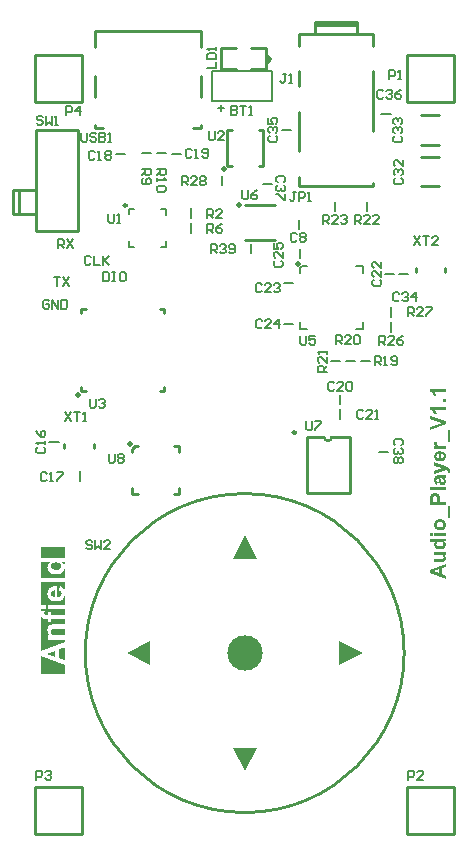
<source format=gto>
G04*
G04 #@! TF.GenerationSoftware,Altium Limited,Altium Designer,21.3.2 (30)*
G04*
G04 Layer_Color=65535*
%FSTAX24Y24*%
%MOIN*%
G70*
G04*
G04 #@! TF.SameCoordinates,17C352DC-52FB-4B9E-A555-A73132B06FB7*
G04*
G04*
G04 #@! TF.FilePolarity,Positive*
G04*
G01*
G75*
%ADD10C,0.0100*%
%ADD11C,0.0098*%
%ADD12C,0.0197*%
%ADD13C,0.1181*%
%ADD14C,0.0079*%
%ADD15C,0.0060*%
%ADD16R,0.1417X0.0181*%
G36*
X044759Y023D02*
X043972D01*
X044365Y023787D01*
X044759Y023D01*
D02*
G37*
G36*
X048302Y01985D02*
X047515Y019456D01*
Y020244D01*
X048302Y01985D01*
D02*
G37*
G36*
X041216Y019456D02*
X040428Y01985D01*
X041216Y020244D01*
Y019456D01*
D02*
G37*
G36*
X044365Y015913D02*
X043972Y0167D01*
X044759D01*
X044365Y015913D01*
D02*
G37*
G36*
X05106Y028547D02*
X050691D01*
X050691Y028547D01*
X050693Y028545D01*
X050696Y028542D01*
X050699Y028538D01*
X050703Y028533D01*
X050708Y028526D01*
X050713Y028519D01*
X050719Y028511D01*
X050725Y028502D01*
X050731Y028493D01*
X050737Y028482D01*
X050743Y028471D01*
X050749Y028459D01*
X050755Y028447D01*
X05076Y028434D01*
X050765Y028421D01*
X050676D01*
Y028421D01*
X050675Y028422D01*
X050674Y028424D01*
X050673Y028427D01*
X050672Y028431D01*
X05067Y028435D01*
X050668Y02844D01*
X050665Y028446D01*
X050659Y028458D01*
X050651Y028472D01*
X050641Y028487D01*
X050628Y028504D01*
X050628Y028504D01*
X050627Y028506D01*
X050625Y028508D01*
X050622Y028511D01*
X050619Y028515D01*
X050614Y028519D01*
X05061Y028523D01*
X050604Y028528D01*
X050592Y028539D01*
X050578Y028549D01*
X050563Y028558D01*
X050555Y028562D01*
X050546Y028565D01*
Y028645D01*
X05106D01*
Y028547D01*
D02*
G37*
G36*
Y028216D02*
X050961D01*
Y028315D01*
X05106D01*
Y028216D01*
D02*
G37*
G36*
Y02795D02*
X050691D01*
X050691Y02795D01*
X050693Y027948D01*
X050696Y027945D01*
X050699Y027941D01*
X050703Y027936D01*
X050708Y027929D01*
X050713Y027923D01*
X050719Y027914D01*
X050725Y027906D01*
X050731Y027896D01*
X050737Y027886D01*
X050743Y027874D01*
X050749Y027863D01*
X050755Y02785D01*
X05076Y027837D01*
X050765Y027824D01*
X050676D01*
Y027824D01*
X050675Y027826D01*
X050674Y027828D01*
X050673Y027831D01*
X050672Y027834D01*
X05067Y027838D01*
X050668Y027843D01*
X050665Y027849D01*
X050659Y027861D01*
X050651Y027875D01*
X050641Y027891D01*
X050628Y027907D01*
X050628Y027908D01*
X050627Y027909D01*
X050625Y027912D01*
X050622Y027914D01*
X050619Y027918D01*
X050614Y027922D01*
X05061Y027927D01*
X050604Y027932D01*
X050592Y027942D01*
X050578Y027952D01*
X050563Y027962D01*
X050555Y027965D01*
X050546Y027969D01*
Y028049D01*
X05106D01*
Y02795D01*
D02*
G37*
G36*
Y027584D02*
Y027473D01*
X050547Y02729D01*
Y027402D01*
X050926Y027531D01*
X050547Y027657D01*
Y027767D01*
X05106Y027584D01*
D02*
G37*
G36*
X051201Y026885D02*
X051137D01*
Y027293D01*
X051201D01*
Y026885D01*
D02*
G37*
G36*
X050784Y02687D02*
X050784Y026869D01*
X050782Y026866D01*
X050779Y026862D01*
X050776Y026855D01*
X050773Y026848D01*
X05077Y02684D01*
X050769Y026833D01*
X050768Y026824D01*
Y026821D01*
X050769Y026817D01*
X05077Y026812D01*
X050771Y026807D01*
X050773Y026801D01*
X050776Y026795D01*
X05078Y026789D01*
X05078Y026789D01*
X050782Y026787D01*
X050785Y026784D01*
X050789Y026781D01*
X050795Y026778D01*
X050802Y026774D01*
X05081Y02677D01*
X050821Y026767D01*
X050821D01*
X050823Y026766D01*
X050824D01*
X050827Y026766D01*
X05083Y026765D01*
X050835Y026764D01*
X050841Y026763D01*
X050848Y026763D01*
X050855Y026762D01*
X050864Y026761D01*
X050874Y026761D01*
X050886Y02676D01*
X050899Y026759D01*
X050913D01*
X050928Y026759D01*
X050945D01*
X05106D01*
Y026661D01*
X050688D01*
Y026752D01*
X050742D01*
X050741Y026752D01*
X05074Y026753D01*
X050738Y026754D01*
X050735Y026756D01*
X050729Y02676D01*
X050721Y026766D01*
X050713Y026772D01*
X050705Y026779D01*
X050698Y026786D01*
X050694Y02679D01*
X050692Y026793D01*
X050692Y026794D01*
X050691Y026797D01*
X050688Y026801D01*
X050686Y026806D01*
X050684Y026812D01*
X050682Y026819D01*
X050681Y026827D01*
X05068Y026836D01*
Y026842D01*
X050681Y026845D01*
X050681Y026848D01*
X050682Y026857D01*
X050684Y026867D01*
X050688Y026878D01*
X050693Y026889D01*
X050699Y026901D01*
X050784Y02687D01*
D02*
G37*
G36*
X050902Y026339D02*
X050903D01*
X050904D01*
X050906D01*
X050909Y026339D01*
X050913Y02634D01*
X050918Y02634D01*
X050927Y026342D01*
X050938Y026345D01*
X05095Y026349D01*
X050961Y026354D01*
X050971Y026362D01*
Y026363D01*
X050972Y026363D01*
X050975Y026366D01*
X050979Y026371D01*
X050982Y026378D01*
X050987Y026386D01*
X050991Y026396D01*
X050994Y026407D01*
X050994Y026413D01*
X050995Y026419D01*
Y026423D01*
X050994Y026427D01*
X050993Y026433D01*
X050992Y026439D01*
X05099Y026445D01*
X050986Y026451D01*
X050982Y026458D01*
X050982Y026458D01*
X05098Y02646D01*
X050977Y026463D01*
X050972Y026466D01*
X050967Y026471D01*
X05096Y026475D01*
X050951Y026479D01*
X050941Y026482D01*
X050958Y02658D01*
X050959D01*
X05096Y026579D01*
X050963Y026577D01*
X050967Y026576D01*
X050971Y026574D01*
X050976Y026571D01*
X050982Y026569D01*
X050989Y026565D01*
X051002Y026557D01*
X051015Y026546D01*
X051029Y026534D01*
X051035Y026527D01*
X05104Y02652D01*
X051041Y026519D01*
X051041Y026518D01*
X051043Y026516D01*
X051045Y026512D01*
X051047Y026509D01*
X051049Y026504D01*
X051051Y026498D01*
X051054Y026492D01*
X051057Y026485D01*
X051059Y026477D01*
X051061Y026469D01*
X051063Y02646D01*
X051065Y02645D01*
X051067Y02644D01*
X051067Y026429D01*
X051068Y026418D01*
Y026414D01*
X051067Y026409D01*
X051067Y026402D01*
X051066Y026394D01*
X051065Y026385D01*
X051063Y026375D01*
X05106Y026364D01*
X051057Y026352D01*
X051052Y02634D01*
X051047Y026329D01*
X051041Y026317D01*
X051034Y026305D01*
X051026Y026294D01*
X051016Y026284D01*
X051005Y026275D01*
X051005Y026274D01*
X051003Y026273D01*
X051Y026272D01*
X050996Y026269D01*
X050991Y026267D01*
X050985Y026263D01*
X050978Y02626D01*
X05097Y026257D01*
X050961Y026253D01*
X050951Y02625D01*
X050941Y026247D01*
X05093Y026244D01*
X050918Y026242D01*
X050905Y02624D01*
X050891Y026239D01*
X050877Y026238D01*
X050876D01*
X050873D01*
X050868Y026239D01*
X050862D01*
X050854Y02624D01*
X050845Y026241D01*
X050835Y026242D01*
X050824Y026244D01*
X050813Y026247D01*
X050802Y02625D01*
X050789Y026254D01*
X050777Y026258D01*
X050765Y026264D01*
X050754Y02627D01*
X050743Y026278D01*
X050733Y026286D01*
X050732Y026287D01*
X05073Y026288D01*
X050728Y026291D01*
X050724Y026295D01*
X05072Y026299D01*
X050716Y026305D01*
X050711Y026312D01*
X050706Y026319D01*
X050702Y026328D01*
X050697Y026337D01*
X050692Y026347D01*
X050688Y026358D01*
X050685Y026369D01*
X050682Y026381D01*
X050681Y026395D01*
X05068Y026408D01*
Y026412D01*
X050681Y026416D01*
X050681Y026422D01*
X050682Y026429D01*
X050683Y026437D01*
X050684Y026446D01*
X050687Y026455D01*
X05069Y026466D01*
X050693Y026476D01*
X050698Y026487D01*
X050703Y026498D01*
X050709Y026509D01*
X050717Y026519D01*
X050725Y026529D01*
X050735Y026539D01*
X050735Y026539D01*
X050738Y026541D01*
X05074Y026543D01*
X050745Y026546D01*
X050751Y02655D01*
X050758Y026554D01*
X050767Y026558D01*
X050776Y026562D01*
X050787Y026567D01*
X0508Y026571D01*
X050813Y026575D01*
X050828Y026578D01*
X050845Y026581D01*
X050863Y026583D01*
X050881Y026585D01*
X050902D01*
Y026339D01*
D02*
G37*
G36*
X051046Y026073D02*
X05111Y026049D01*
X051111D01*
X051112Y026048D01*
X051113Y026048D01*
X051116Y026047D01*
X051121Y026045D01*
X051128Y026041D01*
X051136Y026037D01*
X051145Y026034D01*
X051152Y026029D01*
X051159Y026025D01*
X05116Y026024D01*
X051162Y026022D01*
X051166Y02602D01*
X051169Y026017D01*
X051174Y026013D01*
X051178Y026009D01*
X051183Y026003D01*
X051187Y025997D01*
X051188Y025997D01*
X051189Y025995D01*
X051191Y025991D01*
X051193Y025987D01*
X051196Y025982D01*
X051199Y025975D01*
X051202Y025968D01*
X051204Y02596D01*
Y025959D01*
X051205Y025956D01*
X051206Y025952D01*
X051207Y025946D01*
X051208Y025939D01*
X051209Y02593D01*
X051209Y025921D01*
X05121Y02591D01*
Y025905D01*
X051209Y0259D01*
Y025893D01*
X051208Y025884D01*
X051207Y025875D01*
X051206Y025865D01*
X051204Y025855D01*
X051127Y025846D01*
Y025848D01*
X051127Y02585D01*
X051128Y025855D01*
X051129Y02586D01*
X05113Y025866D01*
X051131Y025874D01*
X051132Y025888D01*
Y025891D01*
X051131Y025893D01*
X051131Y025899D01*
X051129Y025907D01*
X051127Y025915D01*
X051123Y025924D01*
X051118Y025931D01*
X051111Y025938D01*
X05111Y025939D01*
X051107Y025941D01*
X051103Y025944D01*
X051097Y025947D01*
X05109Y025951D01*
X051081Y025956D01*
X051072Y02596D01*
X051061Y025963D01*
X050688Y025823D01*
Y025927D01*
X050952Y026015D01*
X050688Y026102D01*
Y026204D01*
X051046Y026073D01*
D02*
G37*
G36*
X05106Y025697D02*
X051059D01*
X051058Y025696D01*
X051056Y025695D01*
X051052Y025694D01*
X051048Y025693D01*
X051044Y025691D01*
X051037Y025689D01*
X051031Y025687D01*
X05103D01*
X051029Y025686D01*
X051026Y025686D01*
X051022Y025684D01*
X05102Y025684D01*
X051019Y025683D01*
X05102Y025682D01*
X051023Y025679D01*
X051027Y025674D01*
X051033Y025667D01*
X051038Y025659D01*
X051045Y02565D01*
X051051Y02564D01*
X051056Y025629D01*
Y025629D01*
X051056Y025628D01*
X051057Y025627D01*
X051057Y025624D01*
X05106Y025619D01*
X051062Y025611D01*
X051064Y025602D01*
X051066Y025592D01*
X051067Y025581D01*
X051068Y025568D01*
Y025563D01*
X051067Y025559D01*
X051067Y025554D01*
X051066Y025548D01*
X051065Y025542D01*
X051064Y025536D01*
X051061Y025521D01*
X051055Y025506D01*
X051051Y025498D01*
X051047Y025491D01*
X051043Y025485D01*
X051037Y025478D01*
X051037Y025477D01*
X051036Y025476D01*
X051034Y025475D01*
X051032Y025473D01*
X051029Y02547D01*
X051025Y025467D01*
X051021Y025465D01*
X051016Y025462D01*
X05101Y025459D01*
X051005Y025456D01*
X050991Y02545D01*
X050984Y025448D01*
X050976Y025447D01*
X050967Y025446D01*
X050959Y025445D01*
X050958D01*
X050957D01*
X050955D01*
X050953D01*
X050947Y025446D01*
X05094Y025447D01*
X050931Y025449D01*
X050921Y025451D01*
X050912Y025455D01*
X050903Y02546D01*
X050902D01*
X050901Y025461D01*
X050899Y025463D01*
X050894Y025466D01*
X050889Y025471D01*
X050883Y025477D01*
X050876Y025484D01*
X05087Y025492D01*
X050865Y025502D01*
Y025502D01*
X050865Y025503D01*
X050864Y025505D01*
X050863Y025507D01*
X050862Y02551D01*
X05086Y025513D01*
X050859Y025517D01*
X050858Y025522D01*
X050856Y025527D01*
X050854Y025533D01*
X050852Y02554D01*
X05085Y025546D01*
X050848Y025554D01*
X050846Y025562D01*
X050844Y025571D01*
X050842Y02558D01*
Y025581D01*
X050841Y025583D01*
X050841Y025587D01*
X05084Y025591D01*
X050839Y025597D01*
X050838Y025603D01*
X050836Y025611D01*
X050834Y025618D01*
X05083Y025634D01*
X050827Y02565D01*
X050824Y025657D01*
X050822Y025664D01*
X05082Y025671D01*
X050818Y025676D01*
X050808D01*
X050808D01*
X050807D01*
X050803D01*
X050798Y025676D01*
X050792Y025674D01*
X050785Y025673D01*
X050779Y02567D01*
X050772Y025667D01*
X050767Y025662D01*
X050767Y025661D01*
X050765Y025659D01*
X050763Y025655D01*
X050761Y02565D01*
X050759Y025643D01*
X050757Y025633D01*
X050756Y025628D01*
X050755Y025622D01*
X050755Y025616D01*
Y025604D01*
X050755Y025599D01*
X050756Y025593D01*
X050758Y025587D01*
X050759Y02558D01*
X050762Y025573D01*
X050765Y025567D01*
X050766Y025566D01*
X050768Y025565D01*
X05077Y025562D01*
X050774Y025558D01*
X050779Y025555D01*
X050785Y025551D01*
X050793Y025547D01*
X050802Y025543D01*
X050786Y025455D01*
X050785D01*
X050784Y025456D01*
X050781Y025457D01*
X050777Y025458D01*
X050773Y02546D01*
X050768Y025462D01*
X050756Y025467D01*
X050743Y025475D01*
X050729Y025484D01*
X050717Y025494D01*
X050711Y0255D01*
X050706Y025507D01*
X050706Y025507D01*
X050705Y025508D01*
X050704Y025511D01*
X050702Y025513D01*
X0507Y025517D01*
X050698Y025522D01*
X050696Y025528D01*
X050693Y025534D01*
X050691Y025542D01*
X050688Y02555D01*
X050686Y025558D01*
X050684Y025568D01*
X050682Y025579D01*
X050681Y025591D01*
X05068Y025603D01*
Y025627D01*
X050681Y025632D01*
Y025639D01*
X050681Y025646D01*
X050682Y025653D01*
X050684Y025669D01*
X050687Y025686D01*
X050691Y025701D01*
X050693Y025708D01*
X050696Y025714D01*
Y025715D01*
X050697Y025716D01*
X050698Y025718D01*
X050699Y025719D01*
X050702Y025725D01*
X050707Y025732D01*
X050713Y02574D01*
X050719Y025747D01*
X050727Y025754D01*
X050735Y02576D01*
X050737Y02576D01*
X050738Y025761D01*
X05074Y025762D01*
X050743Y025763D01*
X050747Y025764D01*
X05075Y025765D01*
X050755Y025767D01*
X050761Y025768D01*
X050767Y025769D01*
X050774Y02577D01*
X050783Y025771D01*
X050792Y025772D01*
X050801Y025773D01*
X050812Y025773D01*
X050823D01*
X050938Y025772D01*
X050939D01*
X05094D01*
X050942D01*
X050946D01*
X05095D01*
X050955D01*
X050965Y025772D01*
X050977Y025773D01*
X050989Y025773D01*
X051Y025774D01*
X051006Y025775D01*
X05101Y025776D01*
X051011D01*
X051014Y025777D01*
X051019Y025778D01*
X051025Y02578D01*
X051032Y025782D01*
X051041Y025785D01*
X05105Y025789D01*
X05106Y025794D01*
Y025697D01*
D02*
G37*
G36*
Y025273D02*
X050547D01*
Y025371D01*
X05106D01*
Y025273D01*
D02*
G37*
G36*
X050717Y025188D02*
X050722Y025187D01*
X050727Y025187D01*
X050733Y025186D01*
X050745Y025184D01*
X050759Y025181D01*
X050772Y025177D01*
X050785Y025171D01*
X050785D01*
X050786Y02517D01*
X050788Y025169D01*
X05079Y025168D01*
X050796Y025164D01*
X050803Y025159D01*
X050811Y025153D01*
X050819Y025145D01*
X050828Y025137D01*
X050835Y025127D01*
Y025127D01*
X050836Y025126D01*
X050838Y025123D01*
X050841Y025118D01*
X050845Y025111D01*
X050849Y025103D01*
X050853Y025094D01*
X050856Y025084D01*
X050859Y025074D01*
Y025073D01*
X05086Y025072D01*
Y02507D01*
X05086Y025067D01*
X050861Y025063D01*
X050861Y025058D01*
X050862Y025053D01*
X050863Y025047D01*
X050864Y02504D01*
X050864Y025031D01*
X050865Y025022D01*
X050865Y025013D01*
X050866Y025002D01*
Y024991D01*
X050866Y024979D01*
Y024899D01*
X05106D01*
Y024796D01*
X050547D01*
Y024985D01*
X050548Y024993D01*
Y025002D01*
X050548Y025012D01*
X050549Y025033D01*
X05055Y025043D01*
X050551Y025053D01*
X050551Y025063D01*
X050552Y025071D01*
X050554Y025078D01*
X050555Y025084D01*
Y025085D01*
X050556Y025087D01*
X050556Y025089D01*
X050557Y025092D01*
X050559Y025096D01*
X050561Y0251D01*
X050566Y02511D01*
X050572Y025122D01*
X050581Y025134D01*
X050587Y025141D01*
X050592Y025147D01*
X050598Y025153D01*
X050606Y025158D01*
X050606Y025159D01*
X050607Y025159D01*
X050609Y025161D01*
X050612Y025163D01*
X050616Y025165D01*
X050621Y025168D01*
X050626Y02517D01*
X050632Y025173D01*
X050639Y025176D01*
X050647Y025179D01*
X050655Y025182D01*
X050664Y025184D01*
X050673Y025185D01*
X050683Y025187D01*
X050694Y025188D01*
X050706Y025188D01*
X050706D01*
X050708D01*
X05071D01*
X050713D01*
X050717Y025188D01*
D02*
G37*
G36*
X051201Y024339D02*
X051137D01*
Y024747D01*
X051201D01*
Y024339D01*
D02*
G37*
G36*
X050881Y024319D02*
X050887D01*
X050894Y024318D01*
X050903Y024317D01*
X050912Y024315D01*
X050922Y024313D01*
X050933Y02431D01*
X050944Y024306D01*
X050956Y024302D01*
X050967Y024297D01*
X05098Y02429D01*
X050991Y024283D01*
X051002Y024275D01*
X051013Y024265D01*
X051014Y024265D01*
X051015Y024263D01*
X051018Y02426D01*
X051021Y024255D01*
X051026Y02425D01*
X05103Y024244D01*
X051035Y024236D01*
X05104Y024228D01*
X051046Y024219D01*
X051051Y024208D01*
X051055Y024197D01*
X051059Y024185D01*
X051063Y024172D01*
X051066Y024158D01*
X051067Y024144D01*
X051068Y024129D01*
Y024124D01*
X051067Y02412D01*
Y024115D01*
X051067Y02411D01*
X051066Y024104D01*
X051065Y024098D01*
X051062Y024083D01*
X051058Y024066D01*
X051053Y024049D01*
X051045Y024032D01*
X051045Y024031D01*
X051044Y024029D01*
X051043Y024027D01*
X051041Y024024D01*
X051038Y02402D01*
X051035Y024016D01*
X051028Y024006D01*
X051019Y023994D01*
X051007Y023983D01*
X050993Y023972D01*
X050977Y023962D01*
X050977D01*
X050975Y023961D01*
X050973Y023959D01*
X05097Y023958D01*
X050965Y023956D01*
X05096Y023954D01*
X050954Y023952D01*
X050947Y02395D01*
X05094Y023948D01*
X050931Y023946D01*
X050923Y023943D01*
X050913Y023942D01*
X050903Y02394D01*
X050892Y023939D01*
X050881Y023938D01*
X050869Y023938D01*
X050869D01*
X050867D01*
X050864D01*
X050861Y023938D01*
X050856D01*
X050851Y023939D01*
X050845Y02394D01*
X050839Y023941D01*
X050824Y023944D01*
X050808Y023948D01*
X050792Y023954D01*
X050783Y023957D01*
X050774Y023962D01*
X050774Y023962D01*
X050772Y023963D01*
X05077Y023964D01*
X050767Y023966D01*
X050763Y023968D01*
X050758Y023972D01*
X050748Y023979D01*
X050737Y023989D01*
X050725Y024001D01*
X050714Y024014D01*
X050704Y024029D01*
X050704Y02403D01*
X050703Y024032D01*
X050702Y024034D01*
X050701Y024037D01*
X050699Y024042D01*
X050697Y024047D01*
X050694Y024052D01*
X050692Y024058D01*
X05069Y024065D01*
X050688Y024073D01*
X050684Y02409D01*
X050681Y024108D01*
X05068Y024118D01*
Y024132D01*
X050681Y024137D01*
X050681Y024142D01*
X050682Y024149D01*
X050683Y024158D01*
X050684Y024167D01*
X050687Y024177D01*
X05069Y024188D01*
X050693Y024199D01*
X050698Y02421D01*
X050703Y024221D01*
X050709Y024233D01*
X050717Y024245D01*
X050725Y024255D01*
X050735Y024266D01*
X050735Y024266D01*
X050738Y024268D01*
X05074Y024271D01*
X050745Y024274D01*
X05075Y024279D01*
X050757Y024283D01*
X050764Y024287D01*
X050773Y024293D01*
X050782Y024298D01*
X050793Y024302D01*
X050804Y024307D01*
X050816Y024311D01*
X050829Y024315D01*
X050843Y024317D01*
X050858Y024319D01*
X050873Y02432D01*
X050874D01*
X050877D01*
X050881Y024319D01*
D02*
G37*
G36*
X05106Y023762D02*
X050688D01*
Y02386D01*
X05106D01*
Y023762D01*
D02*
G37*
G36*
X050638D02*
X050547D01*
Y02386D01*
X050638D01*
Y023762D01*
D02*
G37*
G36*
X05106Y023574D02*
X051006D01*
X051007Y023573D01*
X051009Y023572D01*
X05101Y02357D01*
X051016Y023565D01*
X051023Y023559D01*
X051031Y02355D01*
X051039Y023542D01*
X051046Y023531D01*
X051053Y02352D01*
Y023519D01*
X051053Y023519D01*
X051054Y023517D01*
X051055Y023514D01*
X051058Y023508D01*
X05106Y0235D01*
X051063Y023491D01*
X051066Y023481D01*
X051067Y023469D01*
X051068Y023458D01*
Y023455D01*
X051067Y023452D01*
Y023447D01*
X051066Y023442D01*
X051065Y023435D01*
X051063Y023428D01*
X051061Y02342D01*
X051059Y023412D01*
X051056Y023403D01*
X051051Y023394D01*
X051046Y023384D01*
X051041Y023376D01*
X051034Y023366D01*
X051026Y023357D01*
X051017Y023348D01*
X051016Y023348D01*
X051015Y023347D01*
X051011Y023344D01*
X051007Y023341D01*
X051002Y023338D01*
X050996Y023334D01*
X050988Y02333D01*
X05098Y023326D01*
X05097Y023321D01*
X050959Y023317D01*
X050947Y023313D01*
X050934Y02331D01*
X05092Y023307D01*
X050905Y023305D01*
X050889Y023303D01*
X050873Y023303D01*
X050871D01*
X050868D01*
X050864Y023303D01*
X050857D01*
X050849Y023304D01*
X05084Y023305D01*
X05083Y023307D01*
X050819Y023308D01*
X050808Y023311D01*
X050796Y023313D01*
X050784Y023317D01*
X050772Y023321D01*
X05076Y023326D01*
X050749Y023332D01*
X050739Y023339D01*
X050729Y023347D01*
X050729Y023347D01*
X050727Y023349D01*
X050725Y023351D01*
X050722Y023355D01*
X050718Y023359D01*
X050714Y023365D01*
X050709Y023371D01*
X050704Y023377D01*
X0507Y023385D01*
X050696Y023394D01*
X050692Y023403D01*
X050688Y023413D01*
X050684Y023423D01*
X050682Y023434D01*
X050681Y023447D01*
X05068Y023459D01*
Y023462D01*
X050681Y023465D01*
Y023469D01*
X050682Y023475D01*
X050683Y023481D01*
X050684Y023488D01*
X050687Y023495D01*
X050689Y023504D01*
X050693Y023513D01*
X050697Y023522D01*
X050702Y02353D01*
X050708Y02354D01*
X050715Y023549D01*
X050723Y023558D01*
X050732Y023567D01*
X050547D01*
Y023665D01*
X05106D01*
Y023574D01*
D02*
G37*
G36*
Y023132D02*
X051005D01*
X051005Y023131D01*
X051007Y02313D01*
X051009Y023128D01*
X051015Y023124D01*
X051021Y023118D01*
X051029Y02311D01*
X051037Y023101D01*
X051044Y02309D01*
X051051Y023078D01*
Y023078D01*
X051052Y023076D01*
X051053Y023075D01*
X051054Y023073D01*
X051055Y023069D01*
X051056Y023066D01*
X05106Y023057D01*
X051062Y023047D01*
X051065Y023035D01*
X051067Y023022D01*
X051068Y023009D01*
Y023003D01*
X051067Y022999D01*
X051067Y022995D01*
X051066Y022987D01*
X051064Y022976D01*
X051061Y022965D01*
X051057Y022953D01*
X051052Y022942D01*
Y022941D01*
X051051Y02294D01*
X05105Y022939D01*
X051048Y022937D01*
X051045Y022932D01*
X05104Y022926D01*
X051034Y022918D01*
X051025Y022911D01*
X051016Y022904D01*
X051006Y022899D01*
X051005D01*
X051004Y022898D01*
X051002Y022898D01*
X051Y022897D01*
X050997Y022896D01*
X050994Y022895D01*
X050989Y022894D01*
X050984Y022893D01*
X050979Y022891D01*
X050972Y02289D01*
X050966Y022889D01*
X050959Y022888D01*
X050951Y022887D01*
X050942Y022887D01*
X050924Y022886D01*
X050688D01*
Y022984D01*
X050859D01*
X05086D01*
X050863D01*
X050866D01*
X050871D01*
X050878D01*
X050885Y022985D01*
X050893D01*
X0509D01*
X050917Y022985D01*
X050925Y022986D01*
X050932Y022987D01*
X05094Y022987D01*
X050946Y022988D01*
X050951Y022988D01*
X050955Y022989D01*
X050956Y02299D01*
X050958Y02299D01*
X050961Y022992D01*
X050965Y022994D01*
X05097Y022997D01*
X050974Y023D01*
X050979Y023004D01*
X050983Y023009D01*
X050984Y023009D01*
X050985Y023012D01*
X050986Y023014D01*
X050988Y023019D01*
X05099Y023024D01*
X050991Y02303D01*
X050992Y023038D01*
X050993Y023045D01*
Y02305D01*
X050992Y023054D01*
X050991Y02306D01*
X05099Y023067D01*
X050987Y023075D01*
X050984Y023083D01*
X05098Y02309D01*
X050979Y023091D01*
X050977Y023093D01*
X050974Y023096D01*
X05097Y023101D01*
X050965Y023105D01*
X050959Y02311D01*
X050952Y023114D01*
X050945Y023117D01*
X050944Y023118D01*
X050943D01*
X050941Y023118D01*
X050938Y023119D01*
X050935Y023119D01*
X05093Y02312D01*
X050925Y023121D01*
X050919Y023121D01*
X050912Y023123D01*
X050904Y023123D01*
X050894Y023124D01*
X050884Y023124D01*
X050873D01*
X05086Y023125D01*
X050845D01*
X050688D01*
Y023223D01*
X05106D01*
Y023132D01*
D02*
G37*
G36*
Y022722D02*
X050943Y022677D01*
Y022472D01*
X05106Y022429D01*
Y02232D01*
X050547Y022519D01*
Y022629D01*
X05106Y022834D01*
Y022722D01*
D02*
G37*
G36*
X038358Y020892D02*
X037916D01*
Y020973D01*
X038358D01*
Y020892D01*
D02*
G37*
G36*
X03837Y01915D02*
X037576D01*
Y020892D01*
D01*
Y021145D01*
X037577Y021123D01*
X037579Y021103D01*
X037584Y021086D01*
X037587Y021071D01*
X037591Y021059D01*
X037595Y021051D01*
X037596Y021048D01*
X037598Y021045D01*
X037599Y021044D01*
Y021043D01*
X037607Y021029D01*
X037616Y021018D01*
X037626Y021008D01*
X037634Y021001D01*
X037643Y020995D01*
X037649Y020992D01*
X037653Y020989D01*
X037654Y020988D01*
X037661Y020986D01*
X037669Y020983D01*
X037685Y02098D01*
X037703Y020977D01*
X037719Y020975D01*
X037734Y020974D01*
X037741D01*
X037747Y020973D01*
X037752D01*
X037755D01*
X037758D01*
X037759D01*
X0378D01*
Y020892D01*
X038358D01*
Y021122D01*
Y021121D01*
X037916D01*
Y021231D01*
X0378D01*
Y021121D01*
X037761D01*
X037746Y021122D01*
X037734Y021123D01*
X037724Y021125D01*
X037716Y021128D01*
X03771Y02113D01*
X037707Y021133D01*
X037704Y021133D01*
X037704Y021134D01*
X037699Y02114D01*
X037695Y021148D01*
X037692Y021155D01*
X03769Y021163D01*
X037689Y02117D01*
X037689Y021176D01*
Y021193D01*
X03769Y021206D01*
X037691Y021218D01*
X037693Y021228D01*
X037694Y021237D01*
X037696Y021244D01*
X037697Y021248D01*
X037698Y02125D01*
X037595Y021269D01*
D01*
X037589Y021247D01*
X037584Y021224D01*
X037581Y021203D01*
X037579Y021184D01*
X037578Y021176D01*
X037577Y021168D01*
Y021162D01*
X037576Y021156D01*
Y021269D01*
D01*
Y023384D01*
X03837D01*
Y01915D01*
D02*
G37*
%LPC*%
G36*
X050842Y026487D02*
X050841D01*
X05084D01*
X050838D01*
X050835Y026486D01*
X050831Y026486D01*
X050828Y026485D01*
X050818Y026484D01*
X050808Y026481D01*
X050797Y026477D01*
X050787Y026472D01*
X050778Y026465D01*
X050777Y026464D01*
X050774Y026461D01*
X05077Y026456D01*
X050766Y02645D01*
X050762Y026443D01*
X050758Y026434D01*
X050756Y026424D01*
X050755Y026414D01*
Y02641D01*
X050755Y026408D01*
X050756Y026403D01*
X050758Y026395D01*
X05076Y026386D01*
X050765Y026378D01*
X050771Y026369D01*
X050774Y026365D01*
X050779Y026361D01*
X05078Y02636D01*
X050783Y026358D01*
X050788Y026354D01*
X050795Y02635D01*
X050804Y026347D01*
X050815Y026343D01*
X050828Y026341D01*
X050842Y02634D01*
Y026487D01*
D02*
G37*
G36*
X050914Y025676D02*
X050901D01*
X050881D01*
X050882Y025675D01*
X050883Y025672D01*
X050884Y025668D01*
X050886Y025661D01*
X050888Y025653D01*
X050891Y025642D01*
X050894Y02563D01*
X050897Y025616D01*
Y025615D01*
X050898Y025614D01*
Y025612D01*
X050899Y025609D01*
X0509Y025602D01*
X050902Y025594D01*
X050905Y025585D01*
X050908Y025576D01*
X05091Y025568D01*
X050912Y025565D01*
X050914Y025562D01*
X050914Y025562D01*
X050916Y02556D01*
X050919Y025556D01*
X050923Y025553D01*
X050928Y02555D01*
X050934Y025546D01*
X050941Y025544D01*
X050948Y025543D01*
X050949D01*
X050951D01*
X050955Y025544D01*
X05096Y025545D01*
X050966Y025547D01*
X050972Y02555D01*
X050977Y025553D01*
X050984Y025558D01*
X050984Y025559D01*
X050986Y025561D01*
X050989Y025565D01*
X050991Y025569D01*
X050994Y025575D01*
X050996Y025582D01*
X050998Y025589D01*
X050999Y025598D01*
Y025599D01*
X050998Y025602D01*
X050997Y025607D01*
X050996Y025614D01*
X050994Y025622D01*
X050991Y025631D01*
X050987Y025639D01*
X050981Y025648D01*
X050981Y025649D01*
X050979Y025651D01*
X050976Y025654D01*
X050972Y025658D01*
X050967Y025662D01*
X050962Y025666D01*
X050956Y025669D01*
X050949Y025672D01*
X050949D01*
X050946Y025673D01*
X050943Y025673D01*
X050939Y025674D01*
X050932Y025675D01*
X050924Y025676D01*
X050914Y025676D01*
D02*
G37*
G36*
X050707Y025082D02*
X050706D01*
X050706D01*
X050702D01*
X050697Y025081D01*
X050691Y025079D01*
X050683Y025078D01*
X050676Y025074D01*
X050668Y025071D01*
X050661Y025065D01*
X05066Y025064D01*
X050658Y025062D01*
X050654Y025058D01*
X050651Y025053D01*
X050647Y025048D01*
X050643Y025041D01*
X05064Y025032D01*
X050638Y025023D01*
Y025022D01*
X050637Y02502D01*
X050637Y025017D01*
Y025015D01*
X050636Y025011D01*
X050636Y025007D01*
Y025002D01*
X050635Y024997D01*
Y024991D01*
X050634Y024984D01*
Y024977D01*
X050634Y024968D01*
Y024899D01*
X05078D01*
Y024971D01*
X050779Y024976D01*
X050779Y024989D01*
X050778Y025002D01*
X050777Y025016D01*
X050775Y025022D01*
X050775Y025028D01*
X050773Y025033D01*
X050772Y025037D01*
X050772Y025038D01*
X05077Y025041D01*
X050769Y025045D01*
X050766Y025049D01*
X050762Y025054D01*
X050758Y025059D01*
X050753Y025065D01*
X050747Y025069D01*
X050746Y02507D01*
X050743Y025071D01*
X05074Y025073D01*
X050735Y025076D01*
X050729Y025078D01*
X050723Y02508D01*
X050715Y025081D01*
X050707Y025082D01*
D02*
G37*
G36*
X050884Y024219D02*
X050874D01*
X050873D01*
X050871D01*
X050868D01*
X050865Y024218D01*
X05086D01*
X050855Y024218D01*
X050849Y024216D01*
X050843Y024215D01*
X050829Y024213D01*
X050815Y024208D01*
X050802Y024201D01*
X050795Y024197D01*
X050789Y024193D01*
X050789Y024192D01*
X050788Y024191D01*
X050787Y02419D01*
X050785Y024188D01*
X05078Y024183D01*
X050774Y024175D01*
X050769Y024165D01*
X050764Y024154D01*
X050761Y024142D01*
X05076Y024135D01*
X05076Y024128D01*
Y024124D01*
X05076Y024122D01*
X050761Y024119D01*
X050762Y024115D01*
X050764Y024106D01*
X050767Y024095D01*
X050772Y024085D01*
X050775Y024079D01*
X050779Y024074D01*
X050784Y024069D01*
X050789Y024064D01*
X05079D01*
X05079Y024063D01*
X050793Y024062D01*
X050795Y02406D01*
X050798Y024058D01*
X050802Y024055D01*
X050806Y024053D01*
X050811Y024051D01*
X050816Y024049D01*
X050823Y024047D01*
X05083Y024044D01*
X050838Y024042D01*
X050846Y024041D01*
X050855Y024039D01*
X050864Y024039D01*
X050874Y024038D01*
X050875D01*
X050876D01*
X05088D01*
X050883Y024039D01*
X050888D01*
X050893Y024039D01*
X050899Y024041D01*
X050906Y024042D01*
X050919Y024044D01*
X050934Y024049D01*
X050947Y024055D01*
X050954Y024059D01*
X050959Y024064D01*
X05096Y024064D01*
X05096Y024065D01*
X050962Y024067D01*
X050964Y024068D01*
X050968Y024074D01*
X050974Y024082D01*
X050979Y024091D01*
X050984Y024102D01*
X050987Y024114D01*
X050987Y024121D01*
X050988Y024128D01*
Y024132D01*
X050987Y024135D01*
X050987Y024138D01*
X050986Y024142D01*
X050984Y02415D01*
X050981Y024161D01*
X050976Y024171D01*
X050972Y024177D01*
X050969Y024183D01*
X050964Y024188D01*
X050959Y024193D01*
X050959Y024193D01*
X050957Y024194D01*
X050956Y024195D01*
X050954Y024196D01*
X050951Y024199D01*
X050947Y024201D01*
X050942Y024203D01*
X050937Y024206D01*
X050932Y024208D01*
X050925Y02421D01*
X050918Y024213D01*
X050911Y024215D01*
X050903Y024216D01*
X050894Y024218D01*
X050884Y024219D01*
D02*
G37*
G36*
X050886Y023567D02*
X050875D01*
X050875D01*
X050873D01*
X050869D01*
X050865Y023567D01*
X05086D01*
X050854Y023566D01*
X050847Y023565D01*
X05084Y023564D01*
X050825Y023562D01*
X050809Y023557D01*
X050795Y023552D01*
X050789Y023548D01*
X050783Y023544D01*
X050783D01*
X050782Y023543D01*
X050779Y02354D01*
X050774Y023535D01*
X050769Y023528D01*
X050764Y023519D01*
X050759Y023509D01*
X050756Y023498D01*
X050755Y023492D01*
X050755Y023485D01*
Y023482D01*
X050755Y023479D01*
X050757Y023473D01*
X050758Y023464D01*
X050762Y023456D01*
X050767Y023446D01*
X05077Y023441D01*
X050774Y023436D01*
X050778Y023431D01*
X050783Y023427D01*
X050784D01*
X050784Y023426D01*
X050786Y023424D01*
X050788Y023423D01*
X050792Y023421D01*
X050795Y023419D01*
X050799Y023417D01*
X050804Y023415D01*
X050809Y023413D01*
X050815Y023411D01*
X050823Y023409D01*
X05083Y023407D01*
X050838Y023406D01*
X050846Y023404D01*
X050856Y023404D01*
X050866Y023403D01*
X050866D01*
X050869D01*
X050871D01*
X050875D01*
X05088Y023404D01*
X050886Y023404D01*
X050893D01*
X050899Y023406D01*
X050913Y023407D01*
X050927Y02341D01*
X050941Y023414D01*
X050946Y023417D01*
X050952Y023419D01*
X050952Y02342D01*
X050954Y023421D01*
X050955Y023422D01*
X050958Y023424D01*
X050964Y023429D01*
X050971Y023437D01*
X050978Y023446D01*
X050984Y023457D01*
X050987Y023464D01*
X050989Y023471D01*
X05099Y023478D01*
X05099Y023486D01*
Y023489D01*
X05099Y023491D01*
X050989Y023498D01*
X050987Y023505D01*
X050984Y023514D01*
X050978Y023524D01*
X050975Y023529D01*
X050971Y023534D01*
X050967Y023539D01*
X050962Y023543D01*
X050961Y023544D01*
X050961Y023544D01*
X050959Y023545D01*
X050956Y023547D01*
X050954Y023549D01*
X05095Y023551D01*
X050945Y023553D01*
X05094Y023555D01*
X050935Y023558D01*
X050928Y023559D01*
X050921Y023562D01*
X050913Y023563D01*
X050905Y023565D01*
X050896Y023566D01*
X050886Y023567D01*
D02*
G37*
G36*
X050856Y022644D02*
X050667Y022573D01*
X050856Y022504D01*
Y022644D01*
D02*
G37*
G36*
X03837Y023018D02*
D01*
Y022707D01*
X038369Y022724D01*
X038367Y022741D01*
X038363Y022757D01*
X038358Y022771D01*
X038355Y022783D01*
X038351Y022792D01*
X038349Y022795D01*
X038348Y022799D01*
X038348Y022799D01*
Y0228D01*
X038338Y022817D01*
X038327Y022833D01*
X038314Y022846D01*
X038303Y022859D01*
X038293Y022868D01*
X038283Y022875D01*
X038281Y022878D01*
X038278Y022879D01*
X038277Y022881D01*
X038358D01*
Y023018D01*
X037589D01*
Y02287D01*
X037866D01*
X037852Y022857D01*
X03784Y022844D01*
X037829Y02283D01*
X037821Y022816D01*
X037814Y022803D01*
X037807Y022789D01*
X037802Y022776D01*
X037798Y022764D01*
X037794Y022752D01*
X037792Y022742D01*
X03779Y022733D01*
X037789Y022724D01*
Y022718D01*
X037788Y022713D01*
Y022709D01*
X037789Y02269D01*
X037791Y022672D01*
X037794Y022655D01*
X037799Y022639D01*
X037805Y022624D01*
X037811Y022611D01*
X037818Y022598D01*
X037824Y022586D01*
X037832Y022576D01*
X037839Y022567D01*
X037844Y022559D01*
X03785Y022552D01*
X037855Y022547D01*
X037859Y022544D01*
X037861Y022541D01*
X037862Y02254D01*
X037876Y022529D01*
X037892Y022519D01*
X037909Y022509D01*
X037926Y022502D01*
X037944Y022496D01*
X037962Y02249D01*
X037979Y022486D01*
X037997Y022483D01*
X038013Y02248D01*
X038028Y022478D01*
X038042Y022476D01*
X038053Y022475D01*
X038063D01*
X03807Y022475D01*
X037589D01*
X03837D01*
Y023018D01*
D02*
G37*
G36*
X038358Y022357D02*
X037589D01*
Y02221D01*
X038358D01*
Y022357D01*
D02*
G37*
G36*
X03837Y022089D02*
Y021839D01*
X038369Y021856D01*
X038368Y021871D01*
X038366Y021887D01*
X038363Y021901D01*
X03836Y021915D01*
X038357Y021927D01*
X038353Y021939D01*
X038349Y02195D01*
X038345Y021959D01*
X038342Y021967D01*
X038338Y021975D01*
X038335Y021981D01*
X038333Y021986D01*
X03833Y021989D01*
X038329Y021991D01*
X038328Y021991D01*
X03832Y022002D01*
X038311Y022013D01*
X038291Y022031D01*
X038271Y022047D01*
X038251Y02206D01*
X038242Y022065D01*
X038233Y022069D01*
X038225Y022073D01*
X038218Y022076D01*
X038213Y022078D01*
X038208Y02208D01*
X038206Y022081D01*
X038205D01*
X03818Y021935D01*
X038195Y02193D01*
X038208Y021924D01*
X038218Y021918D01*
X038227Y021911D01*
X038233Y021906D01*
X038238Y021902D01*
X038241Y021899D01*
X038242Y021898D01*
X038248Y021889D01*
X038253Y021879D01*
X038256Y02187D01*
X038258Y021861D01*
X038259Y021852D01*
X03826Y021846D01*
Y021841D01*
X038259Y021831D01*
X038258Y021822D01*
X038254Y021806D01*
X038248Y021791D01*
X038242Y021778D01*
X038236Y021768D01*
X03823Y021761D01*
X038226Y021756D01*
X038224Y021756D01*
Y021755D01*
X038209Y021743D01*
X038193Y021735D01*
X038175Y021729D01*
X038158Y021725D01*
X038144Y021722D01*
X038138Y021721D01*
X038132Y021721D01*
X038128Y02172D01*
X038123D01*
X038122D01*
X038121D01*
Y022089D01*
X03837D01*
X037788D01*
X03809D01*
X038062Y022086D01*
X038035Y022083D01*
X03801Y022079D01*
X037988Y022074D01*
X037968Y022068D01*
X037949Y022062D01*
X037932Y022055D01*
X037918Y022049D01*
X037905Y022042D01*
X037894Y022036D01*
X037885Y022031D01*
X037879Y022026D01*
X037874Y022023D01*
X037871Y022021D01*
X03787Y02202D01*
X037856Y022006D01*
X037843Y021991D01*
X037832Y021975D01*
X037823Y021959D01*
X037814Y021942D01*
X037808Y021926D01*
X037803Y021911D01*
X037798Y021895D01*
X037794Y021881D01*
X037792Y021867D01*
X03779Y021855D01*
X037789Y021845D01*
X037789Y021836D01*
X037788Y02183D01*
Y021824D01*
X037789Y021804D01*
X037791Y021784D01*
X037795Y021766D01*
X0378Y021749D01*
X037806Y021732D01*
X037813Y021717D01*
X03782Y021703D01*
X037827Y021691D01*
X037834Y02168D01*
X037842Y02167D01*
X037849Y021661D01*
X037854Y021654D01*
X037859Y021648D01*
X037864Y021644D01*
X037866Y021641D01*
X037867Y021641D01*
X037882Y021628D01*
X037899Y021617D01*
X037916Y021607D01*
X037934Y021599D01*
X037952Y021592D01*
X03797Y021587D01*
X037988Y021582D01*
X038004Y021578D01*
X038021Y021575D01*
X038035Y021573D01*
X038049Y021572D01*
X038061Y02157D01*
X03807D01*
X038078Y021569D01*
X037788D01*
X03837D01*
Y022089D01*
D02*
G37*
G36*
X038358Y021462D02*
X037589D01*
Y021314D01*
X037725D01*
Y021462D01*
X0378D01*
Y021314D01*
X038358D01*
Y021462D01*
D02*
G37*
G36*
Y020806D02*
X037988D01*
X037968Y020804D01*
X037952Y020804D01*
X037938Y020802D01*
X037927Y0208D01*
X037919Y020799D01*
X037914Y020798D01*
X037913D01*
X0379Y020794D01*
X037889Y020789D01*
X037878Y020785D01*
X037869Y02078D01*
X037861Y020775D01*
X037856Y020772D01*
X037852Y020769D01*
X037851Y020769D01*
X037841Y02076D01*
X037833Y02075D01*
X037824Y02074D01*
X037819Y02073D01*
X037813Y020722D01*
X037809Y020714D01*
X037807Y020709D01*
X037806Y020709D01*
Y020708D01*
X0378Y020693D01*
X037795Y020677D01*
X037792Y020662D01*
X03779Y020649D01*
X037789Y020636D01*
X037788Y020627D01*
Y020619D01*
X037789Y020599D01*
X037792Y020579D01*
X037796Y020561D01*
X037803Y020544D01*
X037809Y020528D01*
X037818Y020513D01*
X037826Y020499D01*
X037835Y020486D01*
X037844Y020474D01*
X037853Y020465D01*
X037861Y020456D01*
X037868Y020449D01*
X037874Y020444D01*
X037879Y020439D01*
X037882Y020437D01*
X037883Y020436D01*
X0378D01*
Y0203D01*
X038358D01*
Y020806D01*
D02*
G37*
G36*
Y02022D02*
D01*
X037589Y019912D01*
Y019747D01*
X038358Y019448D01*
Y019612D01*
X038183Y019676D01*
Y019984D01*
X038358Y020051D01*
Y019676D01*
Y02022D01*
D02*
G37*
%LPD*%
G36*
X038112Y022869D02*
X038125Y022868D01*
X038138Y022865D01*
X038149Y022863D01*
X03816Y022859D01*
X03817Y022857D01*
X038178Y022854D01*
X038186Y02285D01*
X038193Y022847D01*
X038198Y022844D01*
X038203Y022841D01*
X038206Y022839D01*
X038209Y022837D01*
X03821Y022836D01*
X038211Y022835D01*
X038218Y022829D01*
X038225Y022821D01*
X038231Y022814D01*
X038235Y022807D01*
X038243Y022792D01*
X038248Y022779D01*
X038251Y022767D01*
X038253Y022757D01*
X038253Y022754D01*
Y022749D01*
X038253Y022737D01*
X038251Y022726D01*
X038248Y022716D01*
X038244Y022706D01*
X038235Y022689D01*
X038224Y022675D01*
X038214Y022664D01*
X038205Y022656D01*
X038201Y022654D01*
X038198Y022651D01*
X038197Y02265D01*
X038196Y022649D01*
X038188Y022645D01*
X038179Y022641D01*
X038158Y022635D01*
X038138Y022631D01*
X038116Y022629D01*
X038107Y022627D01*
X038097D01*
X038088Y022626D01*
X038081Y022625D01*
X038075D01*
X038071D01*
X038068D01*
X038067D01*
X038052Y022626D01*
X038038Y022627D01*
X038024Y022629D01*
X038013Y022631D01*
X038002Y022634D01*
X037991Y022636D01*
X037982Y022639D01*
X037973Y022643D01*
X037967Y022646D01*
X03796Y022649D01*
X037955Y022652D01*
X03795Y022654D01*
X037947Y022657D01*
X037944Y022659D01*
X037943Y02266D01*
X037943D01*
X037935Y022667D01*
X037929Y022674D01*
X037923Y022681D01*
X037918Y022689D01*
X03791Y022704D01*
X037905Y022717D01*
X037903Y022729D01*
X037901Y022739D01*
X0379Y022743D01*
Y022748D01*
X037901Y022758D01*
X037902Y022767D01*
X037907Y022784D01*
X037914Y022799D01*
X037921Y022812D01*
X037929Y022823D01*
X037936Y02283D01*
X037941Y022834D01*
X037942Y022836D01*
X037943D01*
X037951Y022842D01*
X037961Y022848D01*
X037982Y022856D01*
X038005Y022863D01*
X038028Y022867D01*
X038038Y022869D01*
X038048Y022869D01*
X038058Y02287D01*
X038065D01*
X038072Y022871D01*
X038077D01*
X03808D01*
X038081D01*
X038097D01*
X038112Y022869D01*
D02*
G37*
G36*
X03837Y022475D02*
X038077D01*
X038102Y022475D01*
X038126Y022478D01*
X038148Y022481D01*
X038169Y022485D01*
X038188Y02249D01*
X038207Y022496D01*
X038223Y022502D01*
X038238Y022509D01*
X03825Y022515D01*
X038262Y022521D01*
X038271Y022527D01*
X038279Y022532D01*
X038285Y022536D01*
X03829Y02254D01*
X038293Y022542D01*
X038293Y022543D01*
X038307Y022556D01*
X038318Y022569D01*
X038329Y022584D01*
X038338Y022597D01*
X038345Y022611D01*
X038352Y022624D01*
X038357Y022638D01*
X03836Y02265D01*
X038363Y022662D01*
X038366Y022673D01*
X038368Y022683D01*
X038369Y022691D01*
Y022698D01*
X03837Y022703D01*
Y022475D01*
D02*
G37*
G36*
X038031Y021722D02*
X038009Y021723D01*
X037991Y021726D01*
X037974Y021731D01*
X037961Y021737D01*
X03795Y021743D01*
X037943Y021748D01*
X037938Y021751D01*
X037936Y021753D01*
X037929Y021759D01*
X037924Y021766D01*
X037915Y021778D01*
X037909Y021791D01*
X037904Y021804D01*
X037902Y021816D01*
X037901Y021824D01*
X0379Y021827D01*
Y021832D01*
X037902Y021848D01*
X037905Y021863D01*
X037911Y021876D01*
X037917Y021887D01*
X037924Y021896D01*
X037929Y021903D01*
X037933Y021907D01*
X037934Y021909D01*
X037948Y02192D01*
X037964Y021927D01*
X037979Y021933D01*
X037995Y021937D01*
X038009Y02194D01*
X038015Y021941D01*
X03802Y021941D01*
X038025Y021942D01*
X038028D01*
X03803D01*
X038031D01*
Y021722D01*
D02*
G37*
G36*
X03837Y021569D02*
X038083D01*
X038104Y02157D01*
X038125Y021572D01*
X038144Y021574D01*
X038163Y021577D01*
X038179Y021582D01*
X038195Y021587D01*
X03821Y021592D01*
X038223Y021597D01*
X038235Y021602D01*
X038246Y021607D01*
X038254Y021612D01*
X038262Y021616D01*
X038268Y021619D01*
X038273Y021622D01*
X038275Y021623D01*
X038276Y021624D01*
X038293Y021638D01*
X038307Y021653D01*
X038319Y02167D01*
X03833Y021686D01*
X038339Y021705D01*
X038347Y021722D01*
X038353Y02174D01*
X038358Y021757D01*
X038363Y021774D01*
X038365Y021789D01*
X038368Y021803D01*
X038368Y021815D01*
X038369Y021825D01*
X03837Y021832D01*
Y021569D01*
D02*
G37*
G36*
X038358Y020447D02*
X038105D01*
X038088D01*
X038073Y020448D01*
X038058D01*
X038046Y020449D01*
X038034Y020449D01*
X038023Y02045D01*
X038014Y020451D01*
X038006Y020453D01*
X037999Y020454D01*
X037993Y020454D01*
X037988Y020455D01*
X037984Y020456D01*
X037981Y020457D01*
X037979D01*
X037978Y020458D01*
X037965Y020463D01*
X037954Y020469D01*
X037944Y020475D01*
X037937Y020482D01*
X03793Y020489D01*
X037926Y020494D01*
X037923Y020497D01*
X037922Y020499D01*
X037914Y02051D01*
X037909Y020523D01*
X037905Y020534D01*
X037903Y020544D01*
X037901Y020554D01*
X0379Y020561D01*
Y020568D01*
X037901Y020579D01*
X037903Y020588D01*
X037905Y020596D01*
X037908Y020604D01*
X03791Y020609D01*
X037913Y020614D01*
X037914Y020617D01*
X037915Y020618D01*
X037921Y020625D01*
X037928Y020632D01*
X037935Y020637D01*
X037942Y020641D01*
X037948Y020644D01*
X037953Y020647D01*
X037956Y020649D01*
X037957D01*
X037963Y02065D01*
X037969Y020652D01*
X037977Y020654D01*
X037986Y020654D01*
X038005Y020656D01*
X038025Y020658D01*
X038043D01*
X038052Y020659D01*
X038058D01*
X038065D01*
X038069D01*
X038073D01*
X038073D01*
X038358D01*
Y020447D01*
D02*
G37*
G36*
X038053Y019724D02*
X037768Y019828D01*
X038053Y019935D01*
Y019724D01*
D02*
G37*
D10*
X046071Y0272D02*
G03*
X046071Y0272I-000051J0D01*
G01*
X047015Y02705D02*
G03*
X047265Y02705I000125J0D01*
G01*
X04968Y01985D02*
G03*
X04968Y01985I-005315J0D01*
G01*
X042187Y026552D02*
Y026737D01*
X042187Y026737D01*
X042002D02*
X042187D01*
X042187Y025163D02*
Y025348D01*
X042002Y025163D02*
X042187D01*
X040613D02*
X040798D01*
X040613Y025163D02*
X040613Y025163D01*
X040613Y025163D02*
Y025348D01*
X040691Y026737D02*
X040798D01*
X040613Y026659D02*
X040691Y026737D01*
X040613Y026552D02*
Y026659D01*
X044378Y03362D02*
X045362D01*
X044378Y034801D02*
X045362D01*
X04356Y03931D02*
Y04001D01*
X04456Y03931D02*
X04506D01*
X04456Y04001D02*
X04506D01*
X04356D02*
X04406D01*
X04356Y03931D02*
X04406D01*
X04506Y03981D02*
X04521Y03966D01*
X04506Y03951D02*
X04521Y03966D01*
X04506Y03931D02*
Y04001D01*
X04379Y036086D02*
X043932D01*
X043789Y037275D02*
X043932D01*
X044828Y037274D02*
X04497D01*
X044828Y036085D02*
X044971D01*
Y037274D01*
X043789Y036086D02*
X04379Y036086D01*
X043789Y036086D02*
Y037275D01*
X04643Y02705D02*
X047D01*
X047275D02*
X04787D01*
Y02518D02*
Y02705D01*
X04643Y02518D02*
X04787D01*
X04643D02*
Y02705D01*
X05024Y03778D02*
X05084D01*
X05024Y03679D02*
X05084D01*
X04265Y03734D02*
X04291D01*
Y03744D01*
X03939Y03734D02*
X03965D01*
X03939D02*
Y03744D01*
X03939Y04004D02*
Y04057D01*
X04291Y04004D02*
Y04057D01*
X03939Y03839D02*
Y03909D01*
X03939Y04057D02*
X04291D01*
Y03839D02*
Y03909D01*
X049763Y038215D02*
Y03979D01*
Y038215D02*
X051337D01*
Y03979D01*
X049763D02*
X051337D01*
X049763Y013815D02*
Y01539D01*
Y013815D02*
X051337D01*
Y01539D01*
X049763D02*
X051337D01*
X03737Y013815D02*
Y01539D01*
Y013815D02*
X038945D01*
Y01539D01*
X03737D02*
X038945D01*
X038353Y026679D02*
Y026815D01*
X039337Y026679D02*
Y026815D01*
X050058Y032553D02*
Y032688D01*
X051042Y032553D02*
Y032688D01*
X038922Y028572D02*
X039064D01*
X038922Y028572D02*
X038922Y028572D01*
X038922Y028572D02*
Y028713D01*
X038922Y031186D02*
Y031328D01*
X038922Y031328D01*
X039063D01*
X041536Y031328D02*
X041678D01*
X041678Y031328D01*
Y031188D02*
Y031328D01*
Y028572D02*
Y028714D01*
X041678Y028572D02*
X041678Y028572D01*
X041537Y028572D02*
X041678D01*
X05024Y03541D02*
X05084D01*
X05024Y0364D02*
X05084D01*
X048109Y040495D02*
Y040889D01*
X046691D02*
X048109D01*
X046691Y040528D02*
Y040889D01*
X04616Y040495D02*
X04864D01*
X04616Y040102D02*
Y040495D01*
X04864Y040102D02*
Y040495D01*
Y037267D02*
Y039236D01*
X04616Y038763D02*
Y039236D01*
Y036598D02*
Y037897D01*
Y035417D02*
Y035732D01*
Y035417D02*
X04864D01*
Y035535D01*
X036628Y034485D02*
X037416D01*
X036628D02*
Y035271D01*
X037416Y033927D02*
X038794D01*
Y037273D01*
X037416D02*
X038794D01*
X037416Y033927D02*
Y037273D01*
X036628Y035271D02*
X037416D01*
X036843Y034485D02*
Y035248D01*
X03737Y038215D02*
Y03979D01*
Y038215D02*
X038945D01*
Y03979D01*
X03737D02*
X038945D01*
D11*
X040432Y034767D02*
G03*
X040432Y034767I-000049J0D01*
G01*
D12*
X040534Y026816D02*
D03*
X044181Y034801D02*
D03*
X043671Y035971D02*
D03*
X046128Y032832D02*
D03*
X038804Y028454D02*
D03*
D13*
X044365Y01985D02*
D03*
D14*
X049244Y030563D02*
Y030877D01*
Y031063D02*
Y031377D01*
X044584Y033173D02*
Y033487D01*
X044963Y035484D02*
X045277D01*
X043596Y035453D02*
Y035767D01*
X046194Y033003D02*
Y033317D01*
X045663Y030834D02*
X045977D01*
X045663Y032196D02*
X045977D01*
X046164Y033983D02*
Y034297D01*
X041937Y036502D02*
X042252D01*
X038884Y025593D02*
Y025907D01*
X037853Y026894D02*
X038167D01*
X049503Y032486D02*
X049817D01*
X049043D02*
X049357D01*
X048833Y026566D02*
X049147D01*
X047536Y027663D02*
Y027977D01*
Y028144D02*
Y028458D01*
X048233Y029596D02*
X048547D01*
X047733D02*
X048047D01*
X047233D02*
X047547D01*
X04628Y032743D02*
X046433D01*
X046217Y032527D02*
Y03268D01*
X04628Y032743D01*
X046217Y030657D02*
Y030873D01*
Y030657D02*
X046433D01*
X048303Y030657D02*
Y030873D01*
X048087Y030657D02*
X048303D01*
X048087Y032743D02*
X048303D01*
Y032527D02*
Y032743D01*
X048431Y034583D02*
Y034897D01*
X047366Y034583D02*
Y034897D01*
X040493Y034657D02*
X040682D01*
X040493Y034472D02*
Y034657D01*
Y033397D02*
Y033589D01*
Y033397D02*
X040686D01*
X041564D02*
X041753D01*
Y033586D01*
X041571Y034661D02*
X041749D01*
X041753Y034468D02*
Y034657D01*
X042574Y033863D02*
Y034177D01*
Y034363D02*
Y034677D01*
X041433Y036504D02*
X041747D01*
X040073Y036502D02*
X040387D01*
X040943Y036504D02*
X041257D01*
X04327Y03924D02*
X04527D01*
X04327Y03824D02*
Y03924D01*
Y03824D02*
X04527D01*
Y03924D01*
X048913Y037804D02*
X049227D01*
X045603Y037296D02*
X045917D01*
D15*
X03813Y03334D02*
Y03364D01*
X03828D01*
X03833Y03359D01*
Y03349D01*
X03828Y03344D01*
X03813D01*
X03823D02*
X03833Y03334D01*
X03843Y03364D02*
X03863Y03334D01*
Y03364D02*
X03843Y03334D01*
X03785Y03157D02*
X0378Y03162D01*
X0377D01*
X03765Y03157D01*
Y03137D01*
X0377Y03132D01*
X0378D01*
X03785Y03137D01*
Y03147D01*
X03775D01*
X03795Y03132D02*
Y03162D01*
X03815Y03132D01*
Y03162D01*
X03825D02*
Y03132D01*
X0384D01*
X03845Y03137D01*
Y03157D01*
X0384Y03162D01*
X03825D01*
X03965Y03254D02*
Y03224D01*
X0398D01*
X03985Y03229D01*
Y03249D01*
X0398Y03254D01*
X03965D01*
X03995D02*
X04005D01*
X04D01*
Y03224D01*
X03995D01*
X04005D01*
X04035Y03254D02*
X04025D01*
X0402Y03249D01*
Y03229D01*
X04025Y03224D01*
X04035D01*
X0404Y03229D01*
Y03249D01*
X04035Y03254D01*
X03924Y03304D02*
X03919Y03309D01*
X03909D01*
X03904Y03304D01*
Y03284D01*
X03909Y03279D01*
X03919D01*
X03924Y03284D01*
X03934Y03309D02*
Y03279D01*
X03954D01*
X03964Y03309D02*
Y03279D01*
Y03289D01*
X03984Y03309D01*
X03969Y03294D01*
X03984Y03279D01*
X03801Y03238D02*
X03821D01*
X03811D01*
Y03208D01*
X03831Y03238D02*
X03851Y03208D01*
Y03238D02*
X03831Y03208D01*
X04346Y03803D02*
X04366D01*
X04356Y03813D02*
Y03793D01*
X04641Y02757D02*
Y02732D01*
X04646Y02727D01*
X04656D01*
X04661Y02732D01*
Y02757D01*
X04671D02*
X04691D01*
Y02752D01*
X04671Y02732D01*
Y02727D01*
X04606Y03522D02*
X04596D01*
X04601D01*
Y03497D01*
X04596Y03492D01*
X04591D01*
X04586Y03497D01*
X04616Y03492D02*
Y03522D01*
X04631D01*
X04636Y03517D01*
Y03507D01*
X04631Y03502D01*
X04616D01*
X04646Y03492D02*
X04656D01*
X04651D01*
Y03522D01*
X04646Y03517D01*
X03983Y0265D02*
Y02625D01*
X03988Y0262D01*
X03998D01*
X04003Y02625D01*
Y0265D01*
X04013Y02645D02*
X04018Y0265D01*
X04028D01*
X04033Y02645D01*
Y0264D01*
X04028Y02635D01*
X04033Y0263D01*
Y02625D01*
X04028Y0262D01*
X04018D01*
X04013Y02625D01*
Y0263D01*
X04018Y02635D01*
X04013Y0264D01*
Y02645D01*
X04018Y02635D02*
X04028D01*
X04429Y03527D02*
Y03502D01*
X04434Y03497D01*
X04444D01*
X04449Y03502D01*
Y03527D01*
X04479D02*
X04469Y03522D01*
X04459Y03512D01*
Y03502D01*
X04464Y03497D01*
X04474D01*
X04479Y03502D01*
Y03507D01*
X04474Y03512D01*
X04459D01*
X04316Y03724D02*
Y03699D01*
X04321Y03694D01*
X04331D01*
X04336Y03699D01*
Y03724D01*
X04366Y03694D02*
X04346D01*
X04366Y03714D01*
Y03719D01*
X04361Y03724D01*
X04351D01*
X04346Y03719D01*
X04324Y03317D02*
Y03347D01*
X04339D01*
X04344Y03342D01*
Y03332D01*
X04339Y03327D01*
X04324D01*
X04334D02*
X04344Y03317D01*
X04354Y03342D02*
X04359Y03347D01*
X04369D01*
X04374Y03342D01*
Y03337D01*
X04369Y03332D01*
X04364D01*
X04369D01*
X04374Y03327D01*
Y03322D01*
X04369Y03317D01*
X04359D01*
X04354Y03322D01*
X04384D02*
X04389Y03317D01*
X04399D01*
X04404Y03322D01*
Y03342D01*
X04399Y03347D01*
X04389D01*
X04384Y03342D01*
Y03337D01*
X04389Y03332D01*
X04404D01*
X04227Y03545D02*
Y03575D01*
X04242D01*
X04247Y0357D01*
Y0356D01*
X04242Y03555D01*
X04227D01*
X04237D02*
X04247Y03545D01*
X04277D02*
X04257D01*
X04277Y03565D01*
Y0357D01*
X04272Y03575D01*
X04262D01*
X04257Y0357D01*
X04287D02*
X04292Y03575D01*
X04302D01*
X04307Y0357D01*
Y03565D01*
X04302Y0356D01*
X04307Y03555D01*
Y0355D01*
X04302Y03545D01*
X04292D01*
X04287Y0355D01*
Y03555D01*
X04292Y0356D01*
X04287Y03565D01*
Y0357D01*
X04292Y0356D02*
X04302D01*
X0498Y03107D02*
Y03137D01*
X04995D01*
X05Y03132D01*
Y03122D01*
X04995Y03117D01*
X0498D01*
X0499D02*
X05Y03107D01*
X0503D02*
X0501D01*
X0503Y03127D01*
Y03132D01*
X05025Y03137D01*
X05015D01*
X0501Y03132D01*
X0504Y03137D02*
X0506D01*
Y03132D01*
X0504Y03112D01*
Y03107D01*
X04885Y03013D02*
Y03043D01*
X049D01*
X04905Y03038D01*
Y03028D01*
X049Y03023D01*
X04885D01*
X04895D02*
X04905Y03013D01*
X04935D02*
X04915D01*
X04935Y03033D01*
Y03038D01*
X0493Y03043D01*
X0492D01*
X04915Y03038D01*
X04965Y03043D02*
X04955Y03038D01*
X04945Y03028D01*
Y03018D01*
X0495Y03013D01*
X0496D01*
X04965Y03018D01*
Y03023D01*
X0496Y03028D01*
X04945D01*
X04312Y03935D02*
X04342D01*
Y03955D01*
X04312Y03965D02*
X04342D01*
Y0398D01*
X04337Y03985D01*
X04317D01*
X04312Y0398D01*
Y03965D01*
X04342Y03995D02*
Y04005D01*
Y04D01*
X04312D01*
X04317Y03995D01*
X04566Y03555D02*
X04571Y0356D01*
Y0357D01*
X04566Y03575D01*
X04546D01*
X04541Y0357D01*
Y0356D01*
X04546Y03555D01*
X04566Y03545D02*
X04571Y0354D01*
Y0353D01*
X04566Y03525D01*
X04561D01*
X04556Y0353D01*
Y03535D01*
Y0353D01*
X04551Y03525D01*
X04546D01*
X04541Y0353D01*
Y0354D01*
X04546Y03545D01*
X04571Y03515D02*
Y03495D01*
X04566D01*
X04546Y03515D01*
X04541D01*
X0392Y02832D02*
Y02807D01*
X03925Y02802D01*
X03935D01*
X0394Y02807D01*
Y02832D01*
X0395Y02827D02*
X03955Y02832D01*
X03965D01*
X0397Y02827D01*
Y02822D01*
X03965Y02817D01*
X0396D01*
X03965D01*
X0397Y02812D01*
Y02807D01*
X03965Y02802D01*
X03955D01*
X0395Y02807D01*
X04804Y03416D02*
Y03446D01*
X04819D01*
X04824Y03441D01*
Y03431D01*
X04819Y03426D01*
X04804D01*
X04814D02*
X04824Y03416D01*
X04854D02*
X04834D01*
X04854Y03436D01*
Y03441D01*
X04849Y03446D01*
X04839D01*
X04834Y03441D01*
X04884Y03416D02*
X04864D01*
X04884Y03436D01*
Y03441D01*
X04879Y03446D01*
X04869D01*
X04864Y03441D01*
X04958Y02678D02*
X04963Y02683D01*
Y02693D01*
X04958Y02698D01*
X04938D01*
X04933Y02693D01*
Y02683D01*
X04938Y02678D01*
X04958Y02668D02*
X04963Y02663D01*
Y02653D01*
X04958Y02648D01*
X04953D01*
X04948Y02653D01*
Y02658D01*
Y02653D01*
X04943Y02648D01*
X04938D01*
X04933Y02653D01*
Y02663D01*
X04938Y02668D01*
X04958Y02638D02*
X04963Y02633D01*
Y02623D01*
X04958Y02618D01*
X04953D01*
X04948Y02623D01*
X04943Y02618D01*
X04938D01*
X04933Y02623D01*
Y02633D01*
X04938Y02638D01*
X04943D01*
X04948Y02633D01*
X04953Y02638D01*
X04958D01*
X04948Y02633D02*
Y02623D01*
X04899Y03857D02*
X04894Y03862D01*
X04884D01*
X04879Y03857D01*
Y03837D01*
X04884Y03832D01*
X04894D01*
X04899Y03837D01*
X04909Y03857D02*
X04914Y03862D01*
X04924D01*
X04929Y03857D01*
Y03852D01*
X04924Y03847D01*
X04919D01*
X04924D01*
X04929Y03842D01*
Y03837D01*
X04924Y03832D01*
X04914D01*
X04909Y03837D01*
X04959Y03862D02*
X04949Y03857D01*
X04939Y03847D01*
Y03837D01*
X04944Y03832D01*
X04954D01*
X04959Y03837D01*
Y03842D01*
X04954Y03847D01*
X04939D01*
X0452Y0371D02*
X04515Y03705D01*
Y03695D01*
X0452Y0369D01*
X0454D01*
X04545Y03695D01*
Y03705D01*
X0454Y0371D01*
X0452Y0372D02*
X04515Y03725D01*
Y03735D01*
X0452Y0374D01*
X04525D01*
X0453Y03735D01*
Y0373D01*
Y03735D01*
X04535Y0374D01*
X0454D01*
X04545Y03735D01*
Y03725D01*
X0454Y0372D01*
X04515Y0377D02*
Y0375D01*
X0453D01*
X04525Y0376D01*
Y03765D01*
X0453Y0377D01*
X0454D01*
X04545Y03765D01*
Y03755D01*
X0454Y0375D01*
X04538Y03292D02*
X04533Y03287D01*
Y03277D01*
X04538Y03272D01*
X04558D01*
X04563Y03277D01*
Y03287D01*
X04558Y03292D01*
X04563Y03322D02*
Y03302D01*
X04543Y03322D01*
X04538D01*
X04533Y03317D01*
Y03307D01*
X04538Y03302D01*
X04533Y03352D02*
Y03332D01*
X04548D01*
X04543Y03342D01*
Y03347D01*
X04548Y03352D01*
X04558D01*
X04563Y03347D01*
Y03337D01*
X04558Y03332D01*
X04832Y02791D02*
X04827Y02796D01*
X04817D01*
X04812Y02791D01*
Y02771D01*
X04817Y02766D01*
X04827D01*
X04832Y02771D01*
X04862Y02766D02*
X04842D01*
X04862Y02786D01*
Y02791D01*
X04857Y02796D01*
X04847D01*
X04842Y02791D01*
X04872Y02766D02*
X04882D01*
X04877D01*
Y02796D01*
X04872Y02791D01*
X04735Y02885D02*
X0473Y0289D01*
X0472D01*
X04715Y02885D01*
Y02865D01*
X0472Y0286D01*
X0473D01*
X04735Y02865D01*
X04765Y0286D02*
X04745D01*
X04765Y0288D01*
Y02885D01*
X0476Y0289D01*
X0475D01*
X04745Y02885D01*
X04775D02*
X0478Y0289D01*
X0479D01*
X04795Y02885D01*
Y02865D01*
X0479Y0286D01*
X0478D01*
X04775Y02865D01*
Y02885D01*
X04697Y03416D02*
Y03446D01*
X04712D01*
X04717Y03441D01*
Y03431D01*
X04712Y03426D01*
X04697D01*
X04707D02*
X04717Y03416D01*
X04747D02*
X04727D01*
X04747Y03436D01*
Y03441D01*
X04742Y03446D01*
X04732D01*
X04727Y03441D01*
X04757D02*
X04762Y03446D01*
X04772D01*
X04777Y03441D01*
Y03436D01*
X04772Y03431D01*
X04767D01*
X04772D01*
X04777Y03426D01*
Y03421D01*
X04772Y03416D01*
X04762D01*
X04757Y03421D01*
X0471Y02923D02*
X0468D01*
Y02938D01*
X04685Y02943D01*
X04695D01*
X047Y02938D01*
Y02923D01*
Y02933D02*
X0471Y02943D01*
Y02973D02*
Y02953D01*
X0469Y02973D01*
X04685D01*
X0468Y02968D01*
Y02958D01*
X04685Y02953D01*
X0471Y02983D02*
Y02993D01*
Y02988D01*
X0468D01*
X04685Y02983D01*
X0474Y03014D02*
Y03044D01*
X04755D01*
X0476Y03039D01*
Y03029D01*
X04755Y03024D01*
X0474D01*
X0475D02*
X0476Y03014D01*
X0479D02*
X0477D01*
X0479Y03034D01*
Y03039D01*
X04785Y03044D01*
X04775D01*
X0477Y03039D01*
X048D02*
X04805Y03044D01*
X04815D01*
X0482Y03039D01*
Y03019D01*
X04815Y03014D01*
X04805D01*
X048Y03019D01*
Y03039D01*
X048705Y02945D02*
Y02975D01*
X048855D01*
X048905Y0297D01*
Y0296D01*
X048855Y02955D01*
X048705D01*
X048805D02*
X048905Y02945D01*
X049005D02*
X049105D01*
X049055D01*
Y02975D01*
X049005Y0297D01*
X049255Y0295D02*
X049305Y02945D01*
X049405D01*
X049455Y0295D01*
Y0297D01*
X049405Y02975D01*
X049305D01*
X049255Y0297D01*
Y02965D01*
X049305Y0296D01*
X049455D01*
X04144Y035975D02*
X04174D01*
Y035825D01*
X04169Y035775D01*
X04159D01*
X04154Y035825D01*
Y035975D01*
Y035875D02*
X04144Y035775D01*
Y035675D02*
Y035575D01*
Y035625D01*
X04174D01*
X04169Y035675D01*
Y035425D02*
X04174Y035375D01*
Y035275D01*
X04169Y035225D01*
X04149D01*
X04144Y035275D01*
Y035375D01*
X04149Y035425D01*
X04169D01*
X04094Y03597D02*
X04124D01*
Y03582D01*
X04119Y03577D01*
X04109D01*
X04104Y03582D01*
Y03597D01*
Y03587D02*
X04094Y03577D01*
X04099Y03567D02*
X04094Y03562D01*
Y03552D01*
X04099Y03547D01*
X04119D01*
X04124Y03552D01*
Y03562D01*
X04119Y03567D01*
X04114D01*
X04109Y03562D01*
Y03547D01*
X04312Y03386D02*
Y03416D01*
X04327D01*
X04332Y03411D01*
Y03401D01*
X04327Y03396D01*
X04312D01*
X04322D02*
X04332Y03386D01*
X04362Y03416D02*
X04352Y03411D01*
X04342Y03401D01*
Y03391D01*
X04347Y03386D01*
X04357D01*
X04362Y03391D01*
Y03396D01*
X04357Y03401D01*
X04342D01*
X04312Y03435D02*
Y03465D01*
X04327D01*
X04332Y0346D01*
Y0345D01*
X04327Y03445D01*
X04312D01*
X04322D02*
X04332Y03435D01*
X04362D02*
X04342D01*
X04362Y03455D01*
Y0346D01*
X04357Y03465D01*
X04347D01*
X04342Y0346D01*
X04951Y03182D02*
X04946Y03187D01*
X04936D01*
X04931Y03182D01*
Y03162D01*
X04936Y03157D01*
X04946D01*
X04951Y03162D01*
X04961Y03182D02*
X04966Y03187D01*
X04976D01*
X04981Y03182D01*
Y03177D01*
X04976Y03172D01*
X04971D01*
X04976D01*
X04981Y03167D01*
Y03162D01*
X04976Y03157D01*
X04966D01*
X04961Y03162D01*
X05006Y03157D02*
Y03187D01*
X04991Y03172D01*
X05011D01*
X04495Y03092D02*
X0449Y03097D01*
X0448D01*
X04475Y03092D01*
Y03072D01*
X0448Y03067D01*
X0449D01*
X04495Y03072D01*
X04525Y03067D02*
X04505D01*
X04525Y03087D01*
Y03092D01*
X0452Y03097D01*
X0451D01*
X04505Y03092D01*
X0455Y03067D02*
Y03097D01*
X04535Y03082D01*
X04555D01*
X044932Y032126D02*
X044882Y032176D01*
X044782D01*
X044732Y032126D01*
Y031926D01*
X044782Y031876D01*
X044882D01*
X044932Y031926D01*
X045232Y031876D02*
X045032D01*
X045232Y032076D01*
Y032126D01*
X045182Y032176D01*
X045082D01*
X045032Y032126D01*
X045332D02*
X045382Y032176D01*
X045482D01*
X045532Y032126D01*
Y032076D01*
X045482Y032026D01*
X045432D01*
X045482D01*
X045532Y031976D01*
Y031926D01*
X045482Y031876D01*
X045382D01*
X045332Y031926D01*
X04866Y03229D02*
X04861Y03224D01*
Y03214D01*
X04866Y03209D01*
X04886D01*
X04891Y03214D01*
Y03224D01*
X04886Y03229D01*
X04891Y03259D02*
Y03239D01*
X04871Y03259D01*
X04866D01*
X04861Y03254D01*
Y03244D01*
X04866Y03239D01*
X04891Y03289D02*
Y03269D01*
X04871Y03289D01*
X04866D01*
X04861Y03284D01*
Y03274D01*
X04866Y03269D01*
X042595Y03661D02*
X042545Y03666D01*
X042445D01*
X042395Y03661D01*
Y03641D01*
X042445Y03636D01*
X042545D01*
X042595Y03641D01*
X042695Y03636D02*
X042795D01*
X042745D01*
Y03666D01*
X042695Y03661D01*
X042945Y03641D02*
X042995Y03636D01*
X043095D01*
X043145Y03641D01*
Y03661D01*
X043095Y03666D01*
X042995D01*
X042945Y03661D01*
Y03656D01*
X042995Y03651D01*
X043145D01*
X039365Y03655D02*
X039315Y0366D01*
X039215D01*
X039165Y03655D01*
Y03635D01*
X039215Y0363D01*
X039315D01*
X039365Y03635D01*
X039465Y0363D02*
X039565D01*
X039515D01*
Y0366D01*
X039465Y03655D01*
X039715D02*
X039765Y0366D01*
X039865D01*
X039915Y03655D01*
Y0365D01*
X039865Y03645D01*
X039915Y0364D01*
Y03635D01*
X039865Y0363D01*
X039765D01*
X039715Y03635D01*
Y0364D01*
X039765Y03645D01*
X039715Y0365D01*
Y03655D01*
X039765Y03645D02*
X039865D01*
X037765Y02583D02*
X037715Y02588D01*
X037615D01*
X037565Y02583D01*
Y02563D01*
X037615Y02558D01*
X037715D01*
X037765Y02563D01*
X037865Y02558D02*
X037965D01*
X037915D01*
Y02588D01*
X037865Y02583D01*
X038115Y02588D02*
X038315D01*
Y02583D01*
X038115Y02563D01*
Y02558D01*
X03746Y026705D02*
X03741Y026655D01*
Y026555D01*
X03746Y026505D01*
X03766D01*
X03771Y026555D01*
Y026655D01*
X03766Y026705D01*
X03771Y026805D02*
Y026905D01*
Y026855D01*
X03741D01*
X03746Y026805D01*
X03741Y027255D02*
X03746Y027155D01*
X03756Y027055D01*
X03766D01*
X03771Y027105D01*
Y027205D01*
X03766Y027255D01*
X03761D01*
X03756Y027205D01*
Y027055D01*
X0461Y03381D02*
X04605Y03386D01*
X04595D01*
X0459Y03381D01*
Y03361D01*
X04595Y03356D01*
X04605D01*
X0461Y03361D01*
X0462Y03381D02*
X04625Y03386D01*
X04635D01*
X0464Y03381D01*
Y03376D01*
X04635Y03371D01*
X0464Y03366D01*
Y03361D01*
X04635Y03356D01*
X04625D01*
X0462Y03361D01*
Y03366D01*
X04625Y03371D01*
X0462Y03376D01*
Y03381D01*
X04625Y03371D02*
X04635D01*
X03842Y03778D02*
Y03808D01*
X03857D01*
X03862Y03803D01*
Y03793D01*
X03857Y03788D01*
X03842D01*
X03887Y03778D02*
Y03808D01*
X03872Y03793D01*
X03892D01*
X03742Y01562D02*
Y01592D01*
X03757D01*
X03762Y01587D01*
Y01577D01*
X03757Y01572D01*
X03742D01*
X03772Y01587D02*
X03777Y01592D01*
X03787D01*
X03792Y01587D01*
Y01582D01*
X03787Y01577D01*
X03782D01*
X03787D01*
X03792Y01572D01*
Y01567D01*
X03787Y01562D01*
X03777D01*
X03772Y01567D01*
X04981Y01563D02*
Y01593D01*
X04996D01*
X05001Y01588D01*
Y01578D01*
X04996Y01573D01*
X04981D01*
X05031Y01563D02*
X05011D01*
X05031Y01583D01*
Y01588D01*
X05026Y01593D01*
X05016D01*
X05011Y01588D01*
X04918Y03897D02*
Y03927D01*
X04933D01*
X04938Y03922D01*
Y03912D01*
X04933Y03907D01*
X04918D01*
X04948Y03897D02*
X04958D01*
X04953D01*
Y03927D01*
X04948Y03922D01*
X03929Y02356D02*
X03924Y02361D01*
X03914D01*
X03909Y02356D01*
Y02351D01*
X03914Y02346D01*
X03924D01*
X03929Y02341D01*
Y02336D01*
X03924Y02331D01*
X03914D01*
X03909Y02336D01*
X03939Y02361D02*
Y02331D01*
X03949Y02341D01*
X03959Y02331D01*
Y02361D01*
X03989Y02331D02*
X03969D01*
X03989Y02351D01*
Y02356D01*
X03984Y02361D01*
X03974D01*
X03969Y02356D01*
X05002Y03375D02*
X05022Y03345D01*
Y03375D02*
X05002Y03345D01*
X05032Y03375D02*
X05052D01*
X05042D01*
Y03345D01*
X05082D02*
X05062D01*
X05082Y03365D01*
Y0337D01*
X05077Y03375D01*
X05067D01*
X05062Y0337D01*
X04936Y03707D02*
X04931Y03702D01*
Y03692D01*
X04936Y03687D01*
X04956D01*
X04961Y03692D01*
Y03702D01*
X04956Y03707D01*
X04936Y03717D02*
X04931Y03722D01*
Y03732D01*
X04936Y03737D01*
X04941D01*
X04946Y03732D01*
Y03727D01*
Y03732D01*
X04951Y03737D01*
X04956D01*
X04961Y03732D01*
Y03722D01*
X04956Y03717D01*
X04936Y03747D02*
X04931Y03752D01*
Y03762D01*
X04936Y03767D01*
X04941D01*
X04946Y03762D01*
Y03757D01*
Y03762D01*
X04951Y03767D01*
X04956D01*
X04961Y03762D01*
Y03752D01*
X04956Y03747D01*
X04938Y03567D02*
X04933Y03562D01*
Y03552D01*
X04938Y03547D01*
X04958D01*
X04963Y03552D01*
Y03562D01*
X04958Y03567D01*
X04938Y03577D02*
X04933Y03582D01*
Y03592D01*
X04938Y03597D01*
X04943D01*
X04948Y03592D01*
Y03587D01*
Y03592D01*
X04953Y03597D01*
X04958D01*
X04963Y03592D01*
Y03582D01*
X04958Y03577D01*
X04963Y03627D02*
Y03607D01*
X04943Y03627D01*
X04938D01*
X04933Y03622D01*
Y03612D01*
X04938Y03607D01*
X04622Y03043D02*
Y03018D01*
X04627Y03013D01*
X04637D01*
X04642Y03018D01*
Y03043D01*
X04672D02*
X04652D01*
Y03028D01*
X04662Y03033D01*
X04667D01*
X04672Y03028D01*
Y03018D01*
X04667Y03013D01*
X04657D01*
X04652Y03018D01*
X04575Y03916D02*
X04565D01*
X0457D01*
Y03891D01*
X04565Y03886D01*
X0456D01*
X04555Y03891D01*
X04585Y03886D02*
X04595D01*
X0459D01*
Y03916D01*
X04585Y03911D01*
X03838Y02788D02*
X03858Y02758D01*
Y02788D02*
X03838Y02758D01*
X03868Y02788D02*
X03888D01*
X03878D01*
Y02758D01*
X03898D02*
X03908D01*
X03903D01*
Y02788D01*
X03898Y02783D01*
X03892Y0372D02*
Y03695D01*
X03897Y0369D01*
X03907D01*
X03912Y03695D01*
Y0372D01*
X03942Y03715D02*
X03937Y0372D01*
X03927D01*
X03922Y03715D01*
Y0371D01*
X03927Y03705D01*
X03937D01*
X03942Y037D01*
Y03695D01*
X03937Y0369D01*
X03927D01*
X03922Y03695D01*
X03952Y0372D02*
Y0369D01*
X03967D01*
X03972Y03695D01*
Y037D01*
X03967Y03705D01*
X03952D01*
X03967D01*
X03972Y0371D01*
Y03715D01*
X03967Y0372D01*
X03952D01*
X03982Y0369D02*
X03992D01*
X03987D01*
Y0372D01*
X03982Y03715D01*
X03982Y03449D02*
Y03424D01*
X03987Y03419D01*
X03997D01*
X04002Y03424D01*
Y03449D01*
X04012Y03419D02*
X04022D01*
X04017D01*
Y03449D01*
X04012Y03444D01*
X03763Y03771D02*
X03758Y03776D01*
X03748D01*
X03743Y03771D01*
Y03766D01*
X03748Y03761D01*
X03758D01*
X03763Y03756D01*
Y03751D01*
X03758Y03746D01*
X03748D01*
X03743Y03751D01*
X03773Y03776D02*
Y03746D01*
X03783Y03756D01*
X03793Y03746D01*
Y03776D01*
X03803Y03746D02*
X03813D01*
X03808D01*
Y03776D01*
X03803Y03771D01*
X04391Y0381D02*
Y0378D01*
X04406D01*
X04411Y03785D01*
Y0379D01*
X04406Y03795D01*
X04391D01*
X04406D01*
X04411Y038D01*
Y03805D01*
X04406Y0381D01*
X04391D01*
X04421D02*
X04441D01*
X04431D01*
Y0378D01*
X04451D02*
X04461D01*
X04456D01*
Y0381D01*
X04451Y03805D01*
D16*
X0474Y040798D02*
D03*
M02*

</source>
